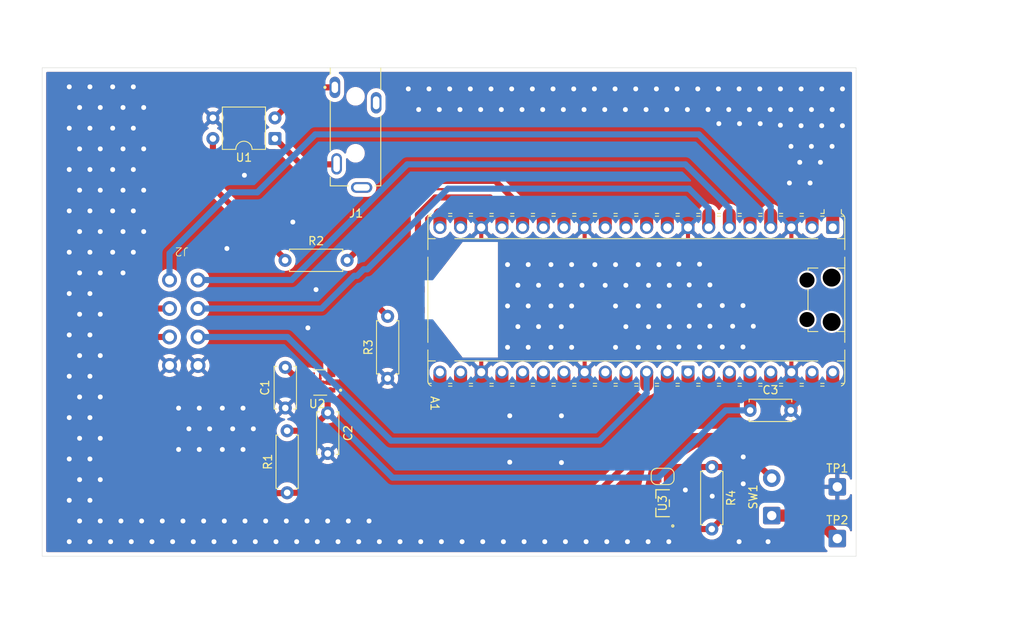
<source format=kicad_pcb>
(kicad_pcb (version 20241229) (generator "pcbnew") (generator_version "9.0")
  (layers (0 "F.Cu" signal) (2 "B.Cu" signal) (13 "F.Paste" user) (15 "B.Paste" user) (5 "F.SilkS" user "F.Silkscreen") (7 "B.SilkS" user "B.Silkscreen") (1 "F.Mask" user) (3 "B.Mask" user) (25 "Edge.Cuts" user))
  (net 0 "")
  (net 1 "R_ID_PIN")
  (net 2 "ADC1")
  (net 3 "+3V3")
  (net 4 "VSYS")
  (net 8 "CS")
  (net 14 "SDA")
  (net 16 "MOSI")
  (net 18 "GPIO12")
  (net 19 "SCK")
  (net 21 "ADC0")
  (net 22 "INTERRUPT{slash}PWM1")
  (net 26 "MISO")
  (net 27 "GPIO13")
  (net 28 "SCL")
  (net 29 "VUSB")
  (net 31 "INTERRUPT{slash}PWM2")
  (net 34 "Net-(U2-CT)")
  (net 37 "JACK_LEFT")
  (net 38 "JACK MIDDLE")
  (net 39 "OUTPUT3.3")
  (net 40 "Net-(JP1-B)")
  (net 41 "Net-(R2-Pad1)")
  (net 42 "GND")
  (net 43 "Net-(SW1-A)")
  (footprint "POGOSTUFF:POGO_2x4_THT" (layer "F.Cu") (at 193.651 41.07 180)
    (property "Reference" "J2")
    (property "Value" "Conn_02x04_Odd_Even" (hide yes))
  )
  (footprint "Resistor_THT:R_Axial_DIN0207_L6.3mm_D2.5mm_P7.62mm_Horizontal" (layer "F.Cu") (at 206.35 42.65)
    (property "Reference" "R2")
    (property "Value" "10k")
  )
  (footprint "Capacitor_THT:C_Disc_D5.0mm_W2.5mm_P5.00mm" (layer "F.Cu") (at 263.478 61.087)
    (property "Reference" "C3")
    (property "Value" "1u")
  )
  (footprint "footprints:SOT95P280X145-6N" (layer "F.Cu") (at 210.6645 57.658 180)
    (property "Reference" "U2")
    (property "Value" "TPS22918DBVR" (hide yes))
  )
  (footprint "Resistor_THT:R_Axial_DIN0207_L6.3mm_D2.5mm_P7.62mm_Horizontal" (layer "F.Cu") (at 218.948 57.15 90)
    (property "Reference" "R3")
    (property "Value" "100k")
  )
  (footprint "Connector_Wire:SolderWire-0.5sqmm_1x01_D0.9mm_OD2.1mm" (layer "F.Cu") (at 274.193 76.835)
    (property "Reference" "TP2")
    (property "Value" "VBAT+")
  )
  (footprint "Connector_Wire:SolderWire-0.5sqmm_1x01_D0.9mm_OD2.1mm" (layer "F.Cu") (at 274.193 70.485)
    (property "Reference" "TP1")
    (property "Value" "VBAT -")
  )
  (footprint "Capacitor_THT:C_Disc_D5.0mm_W2.5mm_P5.00mm" (layer "F.Cu") (at 211.582 61.381 -90)
    (property "Reference" "C2")
    (property "Value" "1u")
  )
  (footprint "Resistor_THT:R_Axial_DIN0207_L6.3mm_D2.5mm_P7.62mm_Horizontal" (layer "F.Cu") (at 206.6 71.21 90)
    (property "Reference" "R1")
    (property "Value" "10k")
  )
  (footprint "footprints:SAMESKY_SJ3-35083B-TR" (layer "F.Cu") (at 215 26 180)
    (property "Reference" "J1")
    (property "Value" "SJ3-35083B-TR")
  )
  (footprint "Capacitor_THT:C_Disc_D5.0mm_W2.5mm_P5.00mm" (layer "F.Cu") (at 206.375 60.793 90)
    (property "Reference" "C1")
    (property "Value" "220p")
  )
  (footprint "Jumper:SolderJumper-2_P1.3mm_Open_RoundedPad1.0x1.5mm" (layer "F.Cu") (at 252.73 69.202)
    (property "Reference" "JP1" (hide yes))
    (property "Value" "SolderJumper_2_Open" (hide yes))
  )
  (footprint "Resistor_THT:R_Axial_DIN0207_L6.3mm_D2.5mm_P7.62mm_Horizontal" (layer "F.Cu") (at 258.77 68.044 -90)
    (property "Reference" "R4")
    (property "Value" "100k")
  )
  (footprint "footprints:DMG2305UX" (layer "F.Cu") (at 252.73 72.489 90)
    (property "Reference" "U3")
    (property "Value" "DMG2305UX-13" (hide yes))
  )
  (footprint "Module:RaspberryPi_Pico_Common_Unspecified" (layer "F.Cu") (at 249.5 47.5 -90)
    (property "Reference" "A1")
    (property "Value" "RaspberryPi_Pico" (hide yes))
  )
  (footprint "Connector_Wire:SolderWire-0.5sqmm_1x02_P4.6mm_D0.9mm_OD2.1mm" (layer "F.Cu") (at 266.136 74.013 90)
    (property "Reference" "SW1")
    (property "Value" "SW_SPST" (hide yes))
  )
  (footprint "Package_DIP:DIP-4_W7.62mm" (layer "F.Cu") (at 205.1 27.691 180)
    (property "Reference" "U1")
    (property "Value" "PC817")
  )
  (gr_line (start 276.5 19) (end 176.5 19) (stroke (width 0.05)) (layer "Edge.Cuts"))
  (gr_line (start 176.5 79) (end 276.5 79) (stroke (width 0.05)) (layer "Edge.Cuts"))
  (gr_line (start 276.5 79) (end 276.5 19) (stroke (width 0.05)) (layer "Edge.Cuts"))
  (gr_line (start 176.5 19) (end 176.5 79) (stroke (width 0.05)) (layer "Edge.Cuts"))
  (segment (start 185.674 52.832) (end 185.674 61.722) (width 0.75) (layer "F.Cu") (net 1))
  (segment (start 258.39 58.475) (end 258.39 57.19) (width 0.25) (layer "F.Cu") (net 1))
  (segment (start 195.202 71.25) (end 206.56 71.25) (width 0.75) (layer "F.Cu") (net 1))
  (segment (start 192.151 48.57) (end 189.936 48.57) (width 0.75) (layer "F.Cu") (net 1))
  (segment (start 244.74 71.21) (end 258.39 57.56) (width 0.75) (layer "F.Cu") (net 1))
  (segment (start 258.39 57.56) (end 258.39 57.19) (width 0.75) (layer "F.Cu") (net 1))
  (segment (start 206.56 71.25) (end 206.6 71.21) (width 0.75) (layer "F.Cu") (net 1))
  (segment (start 189.936 48.57) (end 185.674 52.832) (width 0.75) (layer "F.Cu") (net 1))
  (segment (start 206.6 71.21) (end 244.74 71.21) (width 0.75) (layer "F.Cu") (net 1))
  (segment (start 185.674 61.722) (end 195.202 71.25) (width 0.75) (layer "F.Cu") (net 1))
  (segment (start 209.373 63.59) (end 211.582 61.381) (width 0.75) (layer "F.Cu") (net 3))
  (segment (start 206.6 63.59) (end 209.373 63.59) (width 0.75) (layer "F.Cu") (net 3))
  (segment (start 263.47 61.079) (end 263.478 61.087) (width 1.5) (layer "F.Cu") (net 3))
  (segment (start 263.47 56.39) (end 263.47 61.079) (width 1.5) (layer "F.Cu") (net 3))
  (segment (start 263.478 57.198) (end 263.47 57.19) (width 0.75) (layer "F.Cu") (net 3))
  (segment (start 211.582 61.381) (end 211.582 58.9455) (width 0.75) (layer "F.Cu") (net 3))
  (segment (start 211.582 58.9455) (end 211.9195 58.608) (width 0.75) (layer "F.Cu") (net 3))
  (segment (start 252.2 69.35) (end 260.463 61.087) (width 0.75) (layer "B.Cu") (net 3))
  (segment (start 260.463 61.087) (end 263.478 61.087) (width 0.75) (layer "B.Cu") (net 3))
  (segment (start 219.551 69.35) (end 252.2 69.35) (width 0.75) (layer "B.Cu") (net 3))
  (segment (start 211.582 61.381) (end 219.551 69.35) (width 0.75) (layer "B.Cu") (net 3))
  (segment (start 269.494 64.516) (end 255.99434 64.516) (width 0.75) (layer "F.Cu") (net 4))
  (segment (start 255.99434 64.516) (end 251.7635 68.74684) (width 0.75) (layer "F.Cu") (net 4))
  (segment (start 251.7635 69.5185) (end 252.08 69.202) (width 0.75) (layer "F.Cu") (net 4))
  (segment (start 271.09 62.92) (end 269.494 64.516) (width 0.75) (layer "F.Cu") (net 4))
  (segment (start 251.7635 68.74684) (end 251.7635 69.5185) (width 0.75) (layer "F.Cu") (net 4))
  (segment (start 251.785 72.489) (end 251.206 71.91) (width 0.75) (layer "F.Cu") (net 4))
  (segment (start 251.206 71.91) (end 251.206 70.076) (width 0.75) (layer "F.Cu") (net 4))
  (segment (start 251.206 70.076) (end 251.7635 69.5185) (width 0.75) (layer "F.Cu") (net 4))
  (segment (start 271.09 57.19) (end 271.09 62.92) (width 0.75) (layer "F.Cu") (net 4))
  (segment (start 260.93 36.267) (end 260.93 38.61) (width 0.75) (layer "B.Cu") (net 14))
  (segment (start 207.152 45.07) (end 221.361 30.861) (width 0.75) (layer "B.Cu") (net 14))
  (segment (start 255.524 30.861) (end 260.93 36.267) (width 0.75) (layer "B.Cu") (net 14))
  (segment (start 195.651 45.07) (end 207.152 45.07) (width 0.75) (layer "B.Cu") (net 14))
  (segment (start 221.361 30.861) (end 255.524 30.861) (width 0.75) (layer "B.Cu") (net 14))
  (segment (start 213.97 42.65) (end 223.727 32.893) (width 0.75) (layer "F.Cu") (net 18))
  (segment (start 232.156 32.893) (end 235.53 36.267) (width 0.75) (layer "F.Cu") (net 18))
  (segment (start 235.53 36.267) (end 235.53 37.81) (width 0.75) (layer "F.Cu") (net 18))
  (segment (start 223.727 32.893) (end 232.156 32.893) (width 0.75) (layer "F.Cu") (net 18))
  (segment (start 250.77 58.983) (end 250.77 56.39) (width 0.75) (layer "B.Cu") (net 21))
  (segment (start 244.953 64.8) (end 250.77 58.983) (width 0.75) (layer "B.Cu") (net 21))
  (segment (start 219.359 64.8) (end 244.953 64.8) (width 0.75) (layer "B.Cu") (net 21))
  (segment (start 195.651 52.07) (end 206.629 52.07) (width 0.75) (layer "B.Cu") (net 21))
  (segment (start 206.629 52.07) (end 219.359 64.8) (width 0.75) (layer "B.Cu") (net 21))
  (segment (start 202.946 34.29) (end 210.058 27.178) (width 0.75) (layer "B.Cu") (net 22))
  (segment (start 257.175 27.178) (end 266.01 36.013) (width 0.75) (layer "B.Cu") (net 22))
  (segment (start 192.151 45.07) (end 192.151 41.783) (width 0.75) (layer "B.Cu") (net 22))
  (segment (start 199.644 34.29) (end 202.946 34.29) (width 0.75) (layer "B.Cu") (net 22))
  (segment (start 192.151 41.783) (end 199.644 34.29) (width 0.75) (layer "B.Cu") (net 22))
  (segment (start 266.01 36.013) (end 266.01 38.61) (width 0.75) (layer "B.Cu") (net 22))
  (segment (start 210.058 27.178) (end 257.175 27.178) (width 0.75) (layer "B.Cu") (net 22))
  (segment (start 222.668459 37.046541) (end 224.79 34.925) (width 0.75) (layer "F.Cu") (net 27))
  (segment (start 224.79 34.925) (end 231.521 34.925) (width 0.75) (layer "F.Cu") (net 27))
  (segment (start 216.789 48.4045) (end 216.789 47.371) (width 0.75) (layer "F.Cu") (net 27))
  (segment (start 222.668459 40.475541) (end 222.668459 37.046541) (width 0.75) (layer "F.Cu") (net 27))
  (segment (start 217.3605 47.9425) (end 216.789 47.371) (width 0.75) (layer "F.Cu") (net 27))
  (segment (start 216.789 47.371) (end 216.789 46.355) (width 0.75) (layer "F.Cu") (net 27))
  (segment (start 216.8985 48.4045) (end 217.3605 47.9425) (width 0.75) (layer "F.Cu") (net 27))
  (segment (start 232.99 36.394) (end 232.99 37.81) (width 0.75) (layer "F.Cu") (net 27))
  (segment (start 216.789 46.355) (end 222.668459 40.475541) (width 0.75) (layer "F.Cu") (net 27))
  (segment (start 211.9195 53.274) (end 216.789 48.4045) (width 0.75) (layer "F.Cu") (net 27))
  (segment (start 211.9195 56.708) (end 211.9195 53.274) (width 0.75) (layer "F.Cu") (net 27))
  (segment (start 216.789 48.4045) (end 216.8985 48.4045) (width 0.75) (layer "F.Cu") (net 27))
  (segment (start 231.521 34.925) (end 232.99 36.394) (width 0.75) (layer "F.Cu") (net 27))
  (segment (start 218.948 49.53) (end 217.3605 47.9425) (width 0.75) (layer "F.Cu") (net 27))
  (segment (start 214.844 44.556) (end 215.199958 44.556) (width 0.75) (layer "B.Cu") (net 28))
  (segment (start 216.006 43.749958) (end 216.450042 43.749958) (width 0.75) (layer "B.Cu") (net 28))
  (segment (start 210.83 48.57) (end 214.844 44.556) (width 0.75) (layer "B.Cu") (net 28))
  (segment (start 216.450042 43.749958) (end 226.35 33.85) (width 0.75) (layer "B.Cu") (net 28))
  (segment (start 215.199958 44.556) (end 216.006 43.749958) (width 0.75) (layer "B.Cu") (net 28))
  (segment (start 195.651 48.57) (end 210.83 48.57) (width 0.75) (layer "B.Cu") (net 28))
  (segment (start 255.973 33.85) (end 258.39 36.267) (width 0.75) (layer "B.Cu") (net 28))
  (segment (start 226.35 33.85) (end 255.973 33.85) (width 0.75) (layer "B.Cu") (net 28))
  (segment (start 258.39 36.267) (end 258.39 38.61) (width 0.75) (layer "B.Cu") (net 28))
  (segment (start 273.63 65.63) (end 273.63 57.19) (width 0.75) (layer "F.Cu") (net 29))
  (segment (start 267.533 71.727) (end 273.63 65.63) (width 0.75) (layer "F.Cu") (net 29))
  (segment (start 258.77 75.664) (end 262.707 71.727) (width 0.75) (layer "F.Cu") (net 29))
  (segment (start 255.825 75.664) (end 258.77 75.664) (width 0.75) (layer "F.Cu") (net 29))
  (segment (start 262.707 71.727) (end 267.533 71.727) (width 0.75) (layer "F.Cu") (net 29))
  (segment (start 253.674999 73.513999) (end 255.825 75.664) (width 0.75) (layer "F.Cu") (net 29))
  (segment (start 209.4095 56.708) (end 207.29 56.708) (width 0.75) (layer "F.Cu") (net 34))
  (segment (start 207.29 56.708) (end 206.375 55.793) (width 0.75) (layer "F.Cu") (net 34))
  (segment (start 212.619 30.861) (end 212.68 30.8) (width 0.75) (layer "F.Cu") (net 37))
  (segment (start 208.27 30.861) (end 212.619 30.861) (width 0.75) (layer "F.Cu") (net 37))
  (segment (start 205.1 27.691) (end 208.27 30.861) (width 0.75) (layer "F.Cu") (net 37))
  (segment (start 208.851 21.4) (end 212.46 21.4) (width 0.75) (layer "F.Cu") (net 38))
  (segment (start 205.1 25.151) (end 208.851 21.4) (width 0.75) (layer "F.Cu") (net 38))
  (segment (start 209.4095 58.608) (end 189.672 58.608) (width 0.75) (layer "F.Cu") (net 39))
  (segment (start 188.595 53.594) (end 190.119 52.07) (width 0.75) (layer "F.Cu") (net 39))
  (segment (start 209.4095 57.658) (end 209.4095 58.608) (width 0.75) (layer "F.Cu") (net 39))
  (segment (start 190.119 52.07) (end 192.151 52.07) (width 0.75) (layer "F.Cu") (net 39))
  (segment (start 189.672 58.608) (end 188.595 57.531) (width 0.75) (layer "F.Cu") (net 39))
  (segment (start 188.595 57.531) (end 188.595 53.594) (width 0.75) (layer "F.Cu") (net 39))
  (segment (start 266.136 69.413) (end 264.767 68.044) (width 0.75) (layer "F.Cu") (net 40))
  (segment (start 254.538 68.044) (end 258.77 68.044) (width 0.75) (layer "F.Cu") (net 40))
  (segment (start 253.747 68.835) (end 254.538 68.044) (width 0.75) (layer "F.Cu") (net 40))
  (segment (start 253.747 68.835) (end 253.674999 68.907001) (width 0.75) (layer "F.Cu") (net 40))
  (segment (start 253.38 69.202) (end 253.747 68.835) (width 0.75) (layer "F.Cu") (net 40))
  (segment (start 253.674999 68.907001) (end 253.674999 71.464001) (width 0.75) (layer "F.Cu") (net 40))
  (segment (start 264.767 68.044) (end 258.77 68.044) (width 0.75) (layer "F.Cu") (net 40))
  (segment (start 258.869 67.945) (end 258.77 68.044) (width 1.5) (layer "F.Cu") (net 40))
  (segment (start 206.35 42.52) (end 206.35 42.65) (width 0.75) (layer "F.Cu") (net 41))
  (segment (start 197.48 33.65) (end 206.35 42.52) (width 0.75) (layer "F.Cu") (net 41))
  (segment (start 197.48 27.691) (end 197.48 33.65) (width 0.75) (layer "F.Cu") (net 41))
  (segment (start 268.55 56.39) (end 268.55 61.015) (width 1.5) (layer "F.Cu") (net 42))
  (segment (start 268.478 57.262) (end 268.55 57.19) (width 0.75) (layer "F.Cu") (net 42))
  (segment (start 221.869 62.738) (end 227.33 62.738) (width 0.75) (layer "F.Cu") (net 42))
  (segment (start 216.789 57.658) (end 221.869 62.738) (width 0.75) (layer "F.Cu") (net 42))
  (segment (start 268.55 61.015) (end 268.478 61.087) (width 1.5) (layer "F.Cu") (net 42))
  (segment (start 227.33 62.738) (end 230.45 59.618) (width 0.75) (layer "F.Cu") (net 42))
  (segment (start 230.45 59.618) (end 230.45 57.19) (width 0.75) (layer "F.Cu") (net 42))
  (segment (start 211.9195 57.658) (end 216.789 57.658) (width 0.75) (layer "F.Cu") (net 42))
  (via (at 193.802 74.676) (size 0.6) (drill 1.2) (layers "F.Cu" "B.Cu") (net 42))
  (via (at 195.805 65.89) (size 0.6) (drill 1.2) (layers "F.Cu" "B.Cu") (net 42))
  (via (at 258.826 71.628) (size 0.6) (drill 1.2) (layers "F.Cu" "B.Cu") (net 42))
  (via (at 272.28 26.11) (size 0.6) (drill 1.2) (layers "F.Cu" "B.Cu") (net 42))
  (via (at 267.2 26.05) (size 0.6) (drill 1.2) (layers "F.Cu" "B.Cu") (net 42))
  (via (at 179.832 36.576) (size 0.6) (drill 1.2) (layers "F.Cu" "B.Cu") (net 42))
  (via (at 188.976 39.116) (size 0.6) (drill 1.2) (layers "F.Cu" "B.Cu") (net 42))
  (via (at 191.262 74.676) (size 0.6) (drill 1.2) (layers "F.Cu" "B.Cu") (net 42))
  (via (at 249.74 43.18) (size 0.6) (drill 1.2) (layers "F.Cu" "B.Cu") (net 42))
  (via (at 195.072 77.216) (size 0.6) (drill 1.2) (layers "F.Cu" "B.Cu") (net 42))
  (via (at 229.108 21.59) (size 0.6) (drill 1.2) (layers "F.Cu" "B.Cu") (net 42))
  (via (at 260.858 24.13) (size 0.6) (drill 1.2) (layers "F.Cu" "B.Cu") (net 42))
  (via (at 181.102 59.436) (size 0.6) (drill 1.2) (layers "F.Cu" "B.Cu") (net 42))
  (via (at 240.3 61.75) (size 0.6) (drill 1.2) (layers "F.Cu" "B.Cu") (net 42))
  (via (at 260.065 53.29) (size 0.6) (drill 1.2) (layers "F.Cu" "B.Cu") (net 42))
  (via (at 198.64 60.81) (size 0.6) (drill 1.2) (layers "F.Cu" "B.Cu") (net 42))
  (via (at 183.642 69.596) (size 0.6) (drill 1.2) (layers "F.Cu" "B.Cu") (net 42))
  (via (at 252.28 43.18) (size 0.6) (drill 1.2) (layers "F.Cu" "B.Cu") (net 42))
  (via (at 186.436 34.036) (size 0.6) (drill 1.2) (layers "F.Cu" "B.Cu") (net 42))
  (via (at 241.552895 43.17639) (size 0.6) (drill 1.2) (layers "F.Cu" "B.Cu") (net 42))
  (via (at 238.252 77.216) (size 0.6) (drill 1.2) (layers "F.Cu" "B.Cu") (net 42))
  (via (at 199.91 63.35) (size 0.6) (drill 1.2) (layers "F.Cu" "B.Cu") (net 42))
  (via (at 248.216 45.72) (size 0.6) (drill 1.2) (layers "F.Cu" "B.Cu") (net 42))
  (via (at 182.372 21.336) (size 0.6) (drill 1.2) (layers "F.Cu" "B.Cu") (net 42))
  (via (at 222.758 24.13) (size 0.6) (drill 1.2) (layers "F.Cu" "B.Cu") (net 42))
  (via (at 187.706 31.496) (size 0.6) (drill 1.2) (layers "F.Cu" "B.Cu") (net 42))
  (via (at 262.18 25.86) (size 0.6) (drill 1.2) (layers "F.Cu" "B.Cu") (net 42))
  (via (at 205.232 77.216) (size 0.6) (drill 1.2) (layers "F.Cu" "B.Cu") (net 42))
  (via (at 235.712 77.216) (size 0.6) (drill 1.2) (layers "F.Cu" "B.Cu") (net 42))
  (via (at 263.398 24.13) (size 0.6) (drill 1.2) (layers "F.Cu" "B.Cu") (net 42))
  (via (at 234.188 21.59) (size 0.6) (drill 1.2) (layers "F.Cu" "B.Cu") (net 42))
  (via (at 249.74 48.26) (size 0.6) (drill 1.2) (layers "F.Cu" "B.Cu") (net 42))
  (via (at 181.102 34.036) (size 0.6) (drill 1.2) (layers "F.Cu" "B.Cu") (net 42))
  (via (at 181.102 74.676) (size 0.6) (drill 1.2) (layers "F.Cu" "B.Cu") (net 42))
  (via (at 223.012 77.216) (size 0.6) (drill 1.2) (layers "F.Cu" "B.Cu") (net 42))
  (via (at 209.042 74.676) (size 0.6) (drill 1.2) (layers "F.Cu" "B.Cu") (net 42))
  (via (at 262.128 77.216) (size 0.6) (drill 1.2) (layers "F.Cu" "B.Cu") (net 42))
  (via (at 179.832 41.656) (size 0.6) (drill 1.2) (layers "F.Cu" "B.Cu") (net 42))
  (via (at 236.218895 48.25639) (size 0.6) (drill 1.2) (layers "F.Cu" "B.Cu") (net 42))
  (via (at 264.668 21.59) (size 0.6) (drill 1.2) (layers "F.Cu" "B.Cu") (net 42))
  (via (at 239.012895 53.33639) (size 0.6) (drill 1.2) (layers "F.Cu" "B.Cu") (net 42))
  (via (at 269.748 21.59) (size 0.6) (drill 1.2) (layers "F.Cu" "B.Cu") (net 42))
  (via (at 186.436 39.116) (size 0.6) (drill 1.2) (layers "F.Cu" "B.Cu") (net 42))
  (via (at 201.18 60.81) (size 0.6) (drill 1.2) (layers "F.Cu" "B.Cu") (net 42))
  (via (at 197.612 77.216) (size 0.6) (drill 1.2) (layers "F.Cu" "B.Cu") (net 42))
  (via (at 253.55 45.72) (size 0.6) (drill 1.2) (layers "F.Cu" "B.Cu") (net 42))
  (via (at 248.158 24.13) (size 0.6) (drill 1.2) (layers "F.Cu" "B.Cu") (net 42))
  (via (at 211.582 74.676) (size 0.6) (drill 1.2) (layers "F.Cu" "B.Cu") (net 42))
  (via (at 197.075 63.35) (size 0.6) (drill 1.2) (layers "F.Cu" "B.Cu") (net 42))
  (via (at 232.918 24.13) (size 0.6) (drill 1.2) (layers "F.Cu" "B.Cu") (net 42))
  (via (at 202.692 77.216) (size 0.6) (drill 1.2) (layers "F.Cu" "B.Cu") (net 42))
  (via (at 271.018 24.13) (size 0.6) (drill 1.2) (layers "F.Cu" "B.Cu") (net 42))
  (via (at 268.31 33.15) (size 0.6) (drill 1.2) (layers "F.Cu" "B.Cu") (net 42))
  (via (at 188.976 23.876) (size 0.6) (drill 1.2) (layers "F.Cu" "B.Cu") (net 42))
  (via (at 251.01 50.8) (size 0.6) (drill 1.2) (layers "F.Cu" "B.Cu") (net 42))
  (via (at 182.372 67.056) (size 0.6) (drill 1.2) (layers "F.Cu" "B.Cu") (net 42))
  (via (at 182.372 41.656) (size 0.6) (drill 1.2) (layers "F.Cu" "B.Cu") (net 42))
  (via (at 207.772 77.216) (size 0.6) (drill 1.2) (layers "F.Cu" "B.Cu") (net 42))
  (via (at 263.875 50.75) (size 0.6) (drill 1.2) (layers "F.Cu" "B.Cu") (net 42))
  (via (at 182.372 51.816) (size 0.6) (drill 1.2) (layers "F.Cu" "B.Cu") (net 42))
  (via (at 273.55 28.65) (size 0.6) (drill 1.2) (layers "F.Cu" "B.Cu") (net 42))
  (via (at 255.778 24.13) (size 0.6) (drill 1.2) (layers "F.Cu" "B.Cu") (net 42))
  (via (at 181.102 23.876) (size 0.6) (drill 1.2) (layers "F.Cu" "B.Cu") (net 42))
  (via (at 185.166 26.416) (size 0.6) (drill 1.2) (layers "F.Cu" "B.Cu") (net 42))
  (via (at 181.102 44.196) (size 0.6) (drill 1.2) (layers "F.Cu" "B.Cu") (net 42))
  (via (at 256.001 50.75) (size 0.6) (drill 1.2) (layers "F.Cu" "B.Cu") (net 42))
  (via (at 248.412 77.216) (size 0.6) (drill 1.2) (layers "F.Cu" "B.Cu") (net 42))
  (via (at 237.488895 50.79639) (size 0.6) (drill 1.2) (layers "F.Cu" "B.Cu") (net 42))
  (via (at 272.288 21.59) (size 0.6) (drill 1.2) (layers "F.Cu" "B.Cu") (net 42))
  (via (at 249.74 53.34) (size 0.6) (drill 1.2) (layers "F.Cu" "B.Cu") (net 42))
  (via (at 212.852 77.216) (size 0.6) (drill 1.2) (layers "F.Cu" "B.Cu") (net 42))
  (via (at 257.048 21.59) (size 0.6) (drill 1.2) (layers "F.Cu" "B.Cu") (net 42))
  (via (at 253.238 24.13) (size 0.6) (drill 1.2) (layers "F.Cu" "B.Cu") (net 42))
  (via (at 230.632 77.216) (size 0.6) (drill 1.2) (layers "F.Cu" "B.Cu") (net 42))
  (via (at 245.618 24.13) (size 0.6) (drill 1.2) (layers "F.Cu" "B.Cu") (net 42))
  (via (at 183.642 34.036) (size 0.6) (drill 1.2) (layers "F.Cu" "B.Cu") (net 42))
  (via (at 271.01 28.65) (size 0.6) (drill 1.2) (layers "F.Cu" "B.Cu") (net 42))
  (via (at 234.948895 45.71639) (size 0.6) (drill 1.2) (layers "F.Cu" "B.Cu") (net 42))
  (via (at 181.102 64.516) (size 0.6) (drill 1.2) (layers "F.Cu" "B.Cu") (net 42))
  (via (at 185.166 36.576) (size 0.6) (drill 1.2) (layers "F.Cu" "B.Cu") (net 42))
  (via (at 243.332 77.216) (size 0.6) (drill 1.2) (layers "F.Cu" "B.Cu") (net 42))
  (via (at 188.722 74.676) (size 0.6) (drill 1.2) (layers "F.Cu" "B.Cu") (net 42))
  (via (at 187.706 21.336) (size 0.6) (drill 1.2) (layers "F.Cu" "B.Cu") (net 42))
  (via (at 256.001 45.67) (size 0.6) (drill 1.2) (layers "F.Cu" "B.Cu") (net 42))
  (via (at 185.166 41.656) (size 0.6) (drill 1.2) (layers "F.Cu" "B.Cu") (net 42))
  (via (at 243.078 24.13) (size 0.6) (drill 1.2) (layers "F.Cu" "B.Cu") (net 42))
  (via (at 233.95 67.45) (size 0.6) (drill 1.2) (layers "F.Cu" "B.Cu") (net 42))
  (via (at 254.731 43.13) (size 0.6) (drill 1.2) (layers "F.Cu" "B.Cu") (net 42))
  (via (at 192.532 77.216) (size 0.6) (drill 1.2) (layers "F.Cu" "B.Cu") (net 42))
  (via (at 250.698 24.13) (size 0.6) (drill 1.2) (layers "F.Cu" "B.Cu") (net 42))
  (via (at 245.872 77.216) (size 0.6) (drill 1.2) (layers "F.Cu" "B.Cu") (net 42))
  (via (at 187.706 41.656) (size 0.6) (drill 1.2) (layers "F.Cu" "B.Cu") (net 42))
  (via (at 227.838 24.13) (size 0.6) (drill 1.2) (layers "F.Cu" "B.Cu") (net 42))
  (via (at 194.535 63.35) (size 0.6) (drill 1.2) (layers "F.Cu" "B.Cu") (net 42))
  (via (at 201.422 74.676) (size 0.6) (drill 1.2) (layers "F.Cu" "B.Cu") (net 42))
  (via (at 187.452 77.216) (size 0.6) (drill 1.2) (layers "F.Cu" "B.Cu") (net 42))
  (via (at 200.152 77.216) (size 0.6) (drill 1.2) (layers "F.Cu" "B.Cu") (net 42))
  (via (at 273.558 24.13) (size 0.6) (drill 1.2) (layers "F.Cu" "B.Cu") (net 42))
  (via (at 246.888 21.59) (size 0.6) (drill 1.2) (layers "F.Cu" "B.Cu") (net 42))
  (via (at 179.832 26.416) (size 0.6) (drill 1.2) (layers "F.Cu" "B.Cu") (net 42))
  (via (at 201.35 32.2) (size 0.6) (drill 1.2) (layers "F.Cu" "B.Cu") (net 42))
  (via (at 228.092 77.216) (size 0.6) (drill 1.2) (layers "F.Cu" "B.Cu") (net 42))
  (via (at 225.298 24.13) (size 0.6) (drill 1.2) (layers "F.Cu" "B.Cu") (net 42))
  (via (at 262.636 66.802) (size 0.6) (drill 1.2) (layers "F.Cu" "B.Cu") (net 42))
  (via (at 210.312 77.216) (size 0.6) (drill 1.2) (layers "F.Cu" "B.Cu") (net 42))
  (via (at 193.265 65.89) (size 0.6) (drill 1.2) (layers "F.Cu" "B.Cu") (net 42))
  (via (at 188.976 34.036) (size 0.6) (drill 1.2) (layers "F.Cu" "B.Cu") (net 42))
  (via (at 182.372 56.896) (size 0.6) (drill 1.2) (layers "F.Cu" "B.Cu") (net 42))
  (via (at 183.642 23.876) (size 0.6) (drill 1.2) (layers "F.Cu" "B.Cu") (net 42))
  (via (at 183.642 64.516) (size 0.6) (drill 1.2) (layers "F.Cu" "B.Cu") (net 42))
  (via (at 182.372 26.416) (size 0.6) (drill 1.2) (layers "F.Cu" "B.Cu") (net 42))
  (via (at 274.82 26.11) (size 0.6) (drill 1.2) (layers "F.Cu" "B.Cu") (net 42))
  (via (at 259.588 21.59) (size 0.6) (drill 1.2) (layers "F.Cu" "B.Cu") (net 42))
  (via (at 269.58 30.61) (size 0.6) (drill 1.2) (layers "F.Cu" "B.Cu") (net 42))
  (via (at 195.805 60.81) (size 0.6) (drill 1.2) (layers "F.Cu" "B.Cu") (net 42))
  (via (at 179.832 77.216) (size 0.6) (drill 1.2) (layers "F.Cu" "B.Cu") (net 42))
  (via (at 182.372 46.736) (size 0.6) (drill 1.2) (layers "F.Cu" "B.Cu") (net 42))
  (via (at 234.948895 50.79639) (size 0.6) (drill 1.2) (layers "F.Cu" "B.Cu") (net 42))
  (via (at 215.392 77.216) (size 0.6) (drill 1.2) (layers "F.Cu" "B.Cu") (net 42))
  (via (at 226.568 21.59) (size 0.6) (drill 1.2) (layers "F.Cu" "B.Cu") (net 42))
  (via (at 183.642 59.436) (size 0.6) (drill 1.2) (layers "F.Cu" "B.Cu") (net 42))
  (via (at 254.731 53.29) (size 0.6) (drill 1.2) (layers "F.Cu" "B.Cu") (net 42))
  (via (at 267.208 21.59) (size 0.6) (drill 1.2) (layers "F.Cu" "B.Cu") (net 42))
  (via (at 179.832 56.896) (size 0.6) (drill 1.2) (layers "F.Cu" "B.Cu") (net 42))
  (via (at 179.832 72.136) (size 0.6) (drill 1.2) (layers "F.Cu" "B.Cu") (net 42))
  (via (at 184.912 77.216) (size 0.6) (drill 1.2) (layers "F.Cu" "B.Cu") (net 42))
  (via (at 186.182 74.676) (size 0.6) (drill 1.2) (layers "F.Cu" "B.Cu") (net 42))
  (via (at 241.552895 53.33639) (size 0.6) (drill 1.2) (layers "F.Cu" "B.Cu") (net 42))
  (via (at 199.2 41.2) (size 0.6) (drill 1.2) (layers "F.Cu" "B.Cu") (net 42))
  (via (at 272.12 30.61) (size 0.6) (drill 1.2) (layers "F.Cu" "B.Cu") (net 42))
  (via (at 209.15 50.95) (size 0.6) (drill 1.2) (layers "F.Cu" "B.Cu") (net 42))
  (via (at 235.458 24.13) (size 0.6) (drill 1.2) (layers "F.Cu" "B.Cu") (net 42))
  (via (at 183.642 39.116) (size 0.6) (drill 1.2) (layers "F.Cu" "B.Cu") (net 42))
  (via (at 183.642 49.276) (size 0.6) (drill 1.2) (layers "F.Cu" "B.Cu") (net 42))
  (via (at 181.102 49.276) (size 0.6) (drill 1.2) (layers "F.Cu" "B.Cu") (net 42))
  (via (at 233.172 77.216) (size 0.6) (drill 1.2) (layers "F.Cu" "B.Cu") (net 42))
  (via (at 186.436 44.196) (size 0.6) (drill 1.2) (layers "F.Cu" "B.Cu") (net 42))
  (via (at 259.64 25.86) (size 0.6) (drill 1.2) (layers "F.Cu" "B.Cu") (net 42))
  (via (at 198.882 74.676) (size 0.6) (drill 1.2) (layers "F.Cu" "B.Cu") (net 42))
  (via (at 244.406 43.18) (size 0.6) (drill 1.2) (layers "F.Cu" "B.Cu") (net 42))
  (via (at 220.472 77.216) (size 0.6) (drill 1.2) (layers "F.Cu" "B.Cu") (net 42))
  (via (at 183.642 74.676) (size 0.6) (drill 1.2) (layers "F.Cu" "B.Cu") (net 42))
  (via (at 203.962 74.676) (size 0.6) (drill 1.2) (layers "F.Cu" "B.Cu") (net 42))
  (via (at 182.372 31.496) (size 0.6) (drill 1.2) (layers "F.Cu" "B.Cu") (net 42))
  (via (at 237.998 24.13) (size 0.6) (drill 1.2) (layers "F.Cu" "B.Cu") (net 42))
  (via (at 241.552895 48.25639) (size 0.6) (drill 1.2) (layers "F.Cu" "B.Cu") (net 42))
  (via (at 257.271 48.21) (size 0.6) (drill 1.2) (layers "F.Cu" "B.Cu") (net 42))
  (via (at 261.335 50.75) (size 0.6) (drill 1.2) (layers "F.Cu" "B.Cu") (net 42))
  (via (at 187.706 36.576) (size 0.6) (drill 1.2) (layers "F.Cu" "B.Cu") (net 42))
  (via (at 253.55 50.8) (size 0.6) (drill 1.2) (layers "F.Cu" "B.Cu") (net 42))
  (via (at 179.832 67.056) (size 0.6) (drill 1.2) (layers "F.Cu" "B.Cu") (net 42))
  (via (at 262.636 70.104) (size 0.6) (drill 1.2) (layers "F.Cu" "B.Cu") (net 42))
  (via (at 233.678895 53.33639) (size 0.6) (drill 1.2) (layers "F.Cu" "B.Cu") (net 42))
  (via (at 257.271 43.13) (size 0.6) (drill 1.2) (layers "F.Cu" "B.Cu") (net 42))
  (via (at 242.822895 45.71639) (size 0.6) (drill 1.2) (layers "F.Cu" "B.Cu") (net 42))
  (via (at 265.684 77.216) (size 0.6) (drill 1.2) (layers "F.Cu" "B.Cu") (net 42))
  (via (at 183.642 54.356) (size 0.6) (drill 1.2) (layers "F.Cu" "B.Cu") (net 42))
  (via (at 237.488895 45.71639) (size 0.6) (drill 1.2) (layers "F.Cu" "B.Cu") (net 42))
  (via (at 198.64 65.89) (size 0.6) (drill 1.2) (layers "F.Cu" "B.Cu") (net 42))
  (via (at 196.342 74.676) (size 0.6) (drill 1.2) (layers "F.Cu" "B.Cu") (net 42))
  (via (at 179.832 61.976) (size 0.6) (drill 1.2) (layers "F.Cu" "B.Cu") (net 42))
  (via (at 183.642 28.956) (size 0.6) (drill 1.2) (layers "F.Cu" "B.Cu") (net 42))
  (via (at 217.932 77.216) (size 0.6) (drill 1.2) (layers "F.Cu" "B.Cu") (net 42))
  (via (at 236.218895 53.33639) (size 0.6) (drill 1.2) (layers "F.Cu" "B.Cu") (net 42))
  (via (at 201.18 65.89) (size 0.6) (drill 1.2) (layers "F.Cu" "B.Cu") (net 42))
  (via (at 262.128 21.59) (size 0.6) (drill 1.2) (layers "F.Cu" "B.Cu") (net 42))
  (via (at 231.648 21.59) (size 0.6) (drill 1.2) (layers "F.Cu" "B.Cu") (net 42))
  (via (at 258.541 50.75) (size 0.6) (drill 1.2) (layers "F.Cu" "B.Cu") (net 42))
  (via (at 179.832 46.736) (size 0.6) (drill 1.2) (layers "F.Cu" "B.Cu") (net 42))
  (via (at 240.282895 50.79639) (size 0.6) (drill 1.2) (layers "F.Cu" "B.Cu") (net 42))
  (via (at 236.218895 43.17639) (size 0.6) (drill 1.2) (layers "F.Cu" "B.Cu") (net 42))
  (via (at 216.662 74.676) (size 0.6) (drill 1.2) (layers "F.Cu" "B.Cu") (net 42))
  (via (at 246.946 48.26) (size 0.6) (drill 1.2) (layers "F.Cu" "B.Cu") (net 42))
  (via (at 245.676 45.72) (size 0.6) (drill 1.2) (layers "F.Cu" "B.Cu") (net 42))
  (via (at 258.541 45.67) (size 0.6) (drill 1.2) (layers "F.Cu" "B.Cu") (net 42))
  (via (at 265.938 24.13) (size 0.6) (drill 1.2) (layers "F.Cu" "B.Cu") (net 42))
  (via (at 182.372 61.976) (size 0.6) (drill 1.2) (layers "F.Cu" "B.Cu") (net 42))
  (via (at 188.976 28.956) (size 0.6) (drill 1.2) (layers "F.Cu" "B.Cu") (net 42))
  (via (at 224.028 21.59) (size 0.6) (drill 1.2) (layers "F.Cu" "B.Cu") (net 42))
  (via (at 248.216 50.8) (size 0.6) (drill 1.2) (layers "F.Cu" "B.Cu") (net 42))
  (via (at 240.3 67.5) (size 0.6) (drill 1.2) (layers "F.Cu" "B.Cu") (net 42))
  (via (at 181.102 28.956) (size 0.6) (drill 1.2) (layers "F.Cu" "B.Cu") (net 42))
  (via (at 186.436 28.956) (size 0.6) (drill 1.2) (layers "F.Cu" "B.Cu") (net 42))
  (via (at 225.552 77.216) (size 0.6) (drill 1.2) (layers "F.Cu" "B.Cu") (net 42))
  (via (at 241.808 21.59) (size 0.6) (drill 1.2) (layers "F.Cu" "B.Cu") (net 42))
  (via (at 268.5 28.65) (size 0.6) (drill 1.2) (layers "F.Cu" "B.Cu") (net 42))
  (via (at 182.372 77.216) (size 0.6) (drill 1.2) (layers "F.Cu" "B.Cu") (net 42))
  (via (at 179.832 21.336) (size 0.6) (drill 1.2) (layers "F.Cu" "B.Cu") (net 42))
  (via (at 185.166 31.496) (size 0.6) (drill 1.2) (layers "F.Cu" "B.Cu") (net 42))
  (via (at 186.436 23.876) (size 0.6) (drill 1.2) (layers "F.Cu" "B.Cu") (net 42))
  (via (at 255.524 70.866) (size 0.6) (drill 1.2) (layers "F.Cu" "B.Cu") (net 42))
  (via (at 187.706 26.416) (size 0.6) (drill 1.2) (layers "F.Cu" "B.Cu") (net 42))
  (via (at 262.605 53.29) (size 0.6) (drill 1.2) (layers "F.Cu" "B.Cu") (net 42))
  (via (at 260.065 48.21) (size 0.6) (drill 1.2) (layers "F.Cu" "B.Cu") (net 42))
  (via (at 181.102 54.356) (size 0.6) (drill 1.2) (layers "F.Cu" "B.Cu") (net 42))
  (via (at 249.428 21.59) (size 0.6) (drill 1.2) (layers "F.Cu" "B.Cu") (net 42))
  (via (at 185.166 21.336) (size 0.6) (drill 1.2) (layers "F.Cu" "B.Cu") (net 42))
  (via (at 182.372 36.576) (size 0.6) (drill 1.2) (layers "F.Cu" "B.Cu") (net 42))
  (via (at 258.318 24.13) (size 0.6) (drill 1.2) (layers "F.Cu" "B.Cu") (net 42))
  (via (at 254.508 21.59) (size 0.6) (drill 1.2) (layers "F.Cu" "B.Cu") (net 42))
  (via (at 262.605 48.21) (size 0.6) (drill 1.2) (layers "F.Cu" "B.Cu") (net 42))
  (via (at 193.265 60.81) (size 0.6) (drill 1.2) (layers "F.Cu" "B.Cu") (net 42))
  (via (at 206.502 74.676) (size 0.6) (drill 1.2) (layers "F.Cu" "B.Cu") (net 42))
  (via (at 239.268 21.59) (size 0.6) (drill 1.2) (layers "F.Cu" "B.Cu") (net 42))
  (via (at 179.832 51.816) (size 0.6) (drill 1.2) (layers "F.Cu" "B.Cu") (net 42))
  (via (at 270.85 33.15) (size 0.6) (drill 1.2) (layers "F.Cu" "B.Cu") (net 42))
  (via (at 240.792 77.216) (size 0.6) (drill 1.2) (layers "F.Cu" "B.Cu") (net 42))
  (via (at 214.122 74.676) (size 0.6) (drill 1.2) (layers "F.Cu" "B.Cu") (net 42))
  (via (at 252.28 48.26) (size 0.6) (drill 1.2) (layers "F.Cu" "B.Cu") (net 42))
  (via (at 274.828 21.59) (size 0.6) (drill 1.2) (layers "F.Cu" "B.Cu") (net 42))
  (via (at 250.952 77.216) (size 0.6) (drill 1.2) (layers "F.Cu" "B.Cu") (net 42))
  (via (at 207.3 37.95) (size 0.6) (drill 1.2) (layers "F.Cu" "B.Cu") (net 42))
  (via (at 236.728 21.59) (size 0.6) (drill 1.2) (layers "F.Cu" "B.Cu") (net 42))
  (via (at 202.45 63.35) (size 0.6) (drill 1.2) (layers "F.Cu" "B.Cu") (net 42))
  (via (at 182.372 72.136) (size 0.6) (drill 1.2) (layers "F.Cu" "B.Cu") (net 42))
  (via (at 233.678895 43.17639) (size 0.6) (drill 1.2) (layers "F.Cu" "B.Cu") (net 42))
  (via (at 268.478 24.13) (size 0.6) (drill 1.2) (layers "F.Cu" "B.Cu") (net 42))
  (via (at 246.946 53.34) (size 0.6) (drill 1.2) (layers "F.Cu" "B.Cu") (net 42))
  (via (at 179.832 31.496) (size 0.6) (drill 1.2) (layers "F.Cu" "B.Cu") (net 42))
  (via (at 239.012895 43.17639) (size 0.6) (drill 1.2) (layers "F.Cu" "B.Cu") (net 42))
  (via (at 246.946 43.18) (size 0.6) (drill 1.2) (layers "F.Cu" "B.Cu") (net 42))
  (via (at 181.102 69.596) (size 0.6) (drill 1.2) (layers "F.Cu" "B.Cu") (net 42))
  (via (at 244.348 21.59) (size 0.6) (drill 1.2) (layers "F.Cu" "B.Cu") (net 42))
  (via (at 239.012895 48.25639) (size 0.6) (drill 1.2) (layers "F.Cu" "B.Cu") (net 42))
  (via (at 210.15 46.25) (size 0.6) (drill 1.2) (layers "F.Cu" "B.Cu") (net 42))
  (via (at 233.678895 48.25639) (size 0.6) (drill 1.2) (layers "F.Cu" "B.Cu") (net 42))
  (via (at 252.28 53.34) (size 0.6) (drill 1.2) (layers "F.Cu" "B.Cu") (net 42))
  (via (at 189.992 77.216) (size 0.6) (drill 1.2) (layers "F.Cu" "B.Cu") (net 42))
  (via (at 257.271 53.29) (size 0.6) (drill 1.2) (layers "F.Cu" "B.Cu") (net 42))
  (via (at 253.492 77.216) (size 0.6) (drill 1.2) (layers "F.Cu" "B.Cu") (net 42))
  (via (at 183.642 44.196) (size 0.6) (drill 1.2) (layers "F.Cu" "B.Cu") (net 42))
  (via (at 251.01 45.72) (size 0.6) (drill 1.2) (layers "F.Cu" "B.Cu") (net 42))
  (via (at 181.102 39.116) (size 0.6) (drill 1.2) (layers "F.Cu" "B.Cu") (net 42))
  (via (at 240.538 24.13) (size 0.6) (drill 1.2) (layers "F.Cu" "B.Cu") (net 42))
  (via (at 233.95 61.75) (size 0.6) (drill 1.2) (layers "F.Cu" "B.Cu") (net 42))
  (via (at 230.378 24.13) (size 0.6) (drill 1.2) (layers "F.Cu" "B.Cu") (net 42))
  (via (at 240.282895 45.71639) (size 0.6) (drill 1.2) (layers "F.Cu" "B.Cu") (net 42))
  (via (at 269.74 26.11) (size 0.6) (drill 1.2) (layers "F.Cu" "B.Cu") (net 42))
  (via (at 221.488 21.59) (size 0.6) (drill 1.2) (layers "F.Cu" "B.Cu") (net 42))
  (via (at 251.968 21.59) (size 0.6) (drill 1.2) (layers "F.Cu" "B.Cu") (net 42))
  (via (at 264.72 25.86) (size 0.6) (drill 1.2) (layers "F.Cu" "B.Cu") (net 42))
  (segment (start 271.371 74.013) (end 266.136 74.013) (width 1.5) (layer "F.Cu") (net 43))
  (segment (start 274.193 76.835) (end 271.371 74.013) (width 1.5) (layer "F.Cu") (net 43))
  (zone (net 4) (net_name "VSYS") (layer "F.Cu") (priority 1) (connect_pads (clearance 0.5)) (min_thickness 0.25) (fill yes (thermal_gap 0.5) (thermal_bridge_width 0.5))
    (polygon (pts (xy 251.968 72.771) (xy 252.476 69.977) (xy 252.857 68.199) (xy 256.921 65.659) (xy 267.716 65.659) (xy 271.907 65.659) (xy 272.161 59.436) (xy 271.526 57.531) (xy 270.51 57.912) (xy 269.748 63.754) (xy 255.778 63.881) (xy 251.206 67.691) (xy 250.19 72.136) (xy 250.063 73.66) (xy 251.714 73.787)))
  )
  (zone (net 42) (net_name "GND") (layers "F.Cu" "B.Cu") (connect_pads (clearance 0.5)) (min_thickness 0.25) (fill yes (thermal_gap 0.5) (thermal_bridge_width 0.5))
    (polygon (pts (xy 171.831 15.494) (xy 171.323 80.264) (xy 283.083 86.868) (xy 283.718 11.557) (xy 171.45 10.668)))
  )
)
</source>
